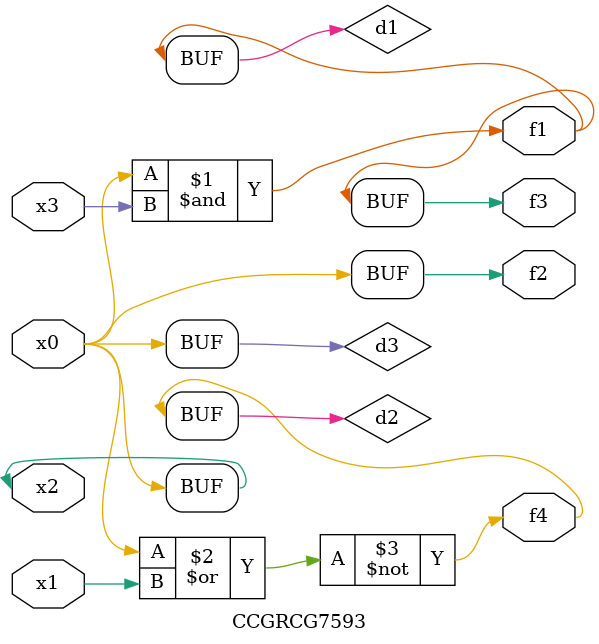
<source format=v>
module CCGRCG7593(
	input x0, x1, x2, x3,
	output f1, f2, f3, f4
);

	wire d1, d2, d3;

	and (d1, x2, x3);
	nor (d2, x0, x1);
	buf (d3, x0, x2);
	assign f1 = d1;
	assign f2 = d3;
	assign f3 = d1;
	assign f4 = d2;
endmodule

</source>
